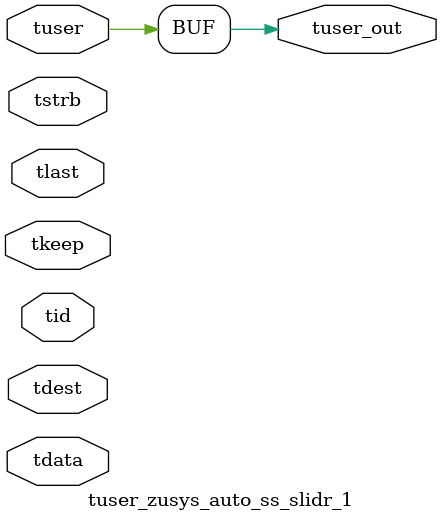
<source format=v>


`timescale 1ps/1ps

module tuser_zusys_auto_ss_slidr_1 #
(
parameter C_S_AXIS_TUSER_WIDTH = 1,
parameter C_S_AXIS_TDATA_WIDTH = 32,
parameter C_S_AXIS_TID_WIDTH   = 0,
parameter C_S_AXIS_TDEST_WIDTH = 0,
parameter C_M_AXIS_TUSER_WIDTH = 1
)
(
input  [(C_S_AXIS_TUSER_WIDTH == 0 ? 1 : C_S_AXIS_TUSER_WIDTH)-1:0     ] tuser,
input  [(C_S_AXIS_TDATA_WIDTH == 0 ? 1 : C_S_AXIS_TDATA_WIDTH)-1:0     ] tdata,
input  [(C_S_AXIS_TID_WIDTH   == 0 ? 1 : C_S_AXIS_TID_WIDTH)-1:0       ] tid,
input  [(C_S_AXIS_TDEST_WIDTH == 0 ? 1 : C_S_AXIS_TDEST_WIDTH)-1:0     ] tdest,
input  [(C_S_AXIS_TDATA_WIDTH/8)-1:0 ] tkeep,
input  [(C_S_AXIS_TDATA_WIDTH/8)-1:0 ] tstrb,
input                                                                    tlast,
output [C_M_AXIS_TUSER_WIDTH-1:0] tuser_out
);

assign tuser_out = {tuser[3:0]};

endmodule


</source>
